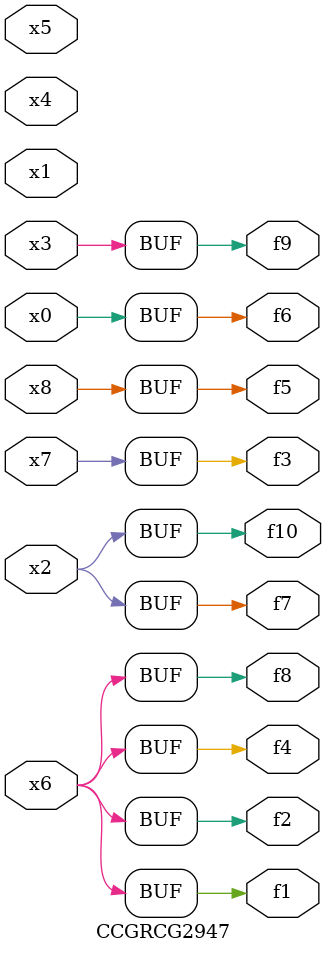
<source format=v>
module CCGRCG2947(
	input x0, x1, x2, x3, x4, x5, x6, x7, x8,
	output f1, f2, f3, f4, f5, f6, f7, f8, f9, f10
);
	assign f1 = x6;
	assign f2 = x6;
	assign f3 = x7;
	assign f4 = x6;
	assign f5 = x8;
	assign f6 = x0;
	assign f7 = x2;
	assign f8 = x6;
	assign f9 = x3;
	assign f10 = x2;
endmodule

</source>
